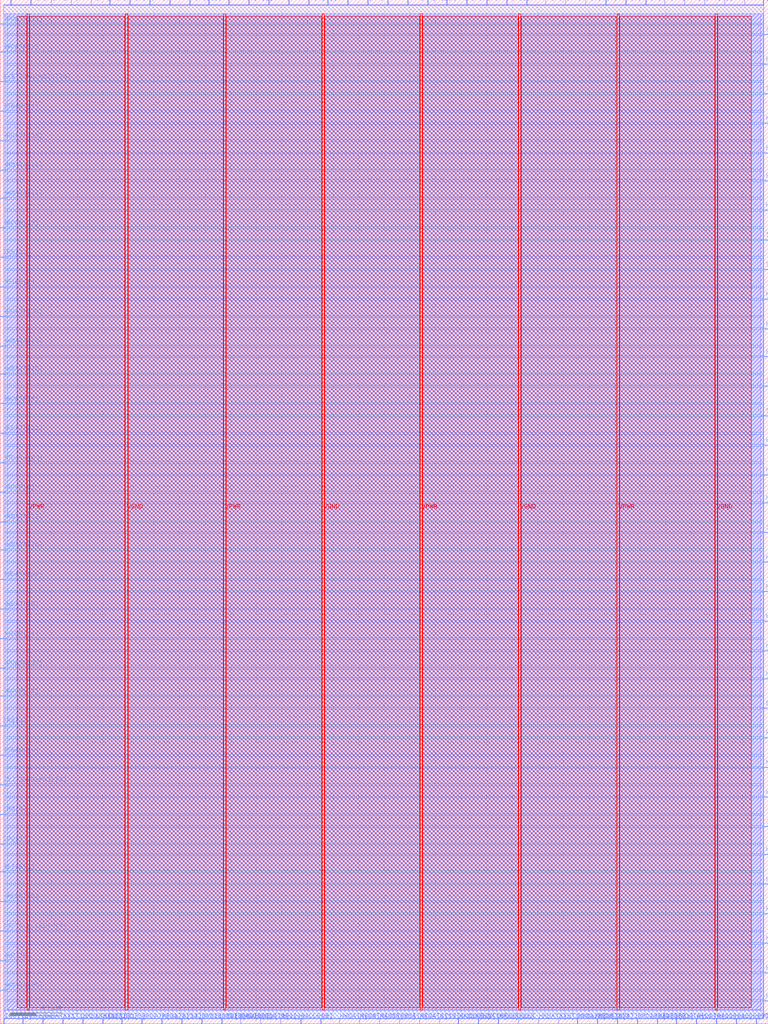
<source format=lef>
VERSION 5.7 ;
  NOWIREEXTENSIONATPIN ON ;
  DIVIDERCHAR "/" ;
  BUSBITCHARS "[]" ;
MACRO ibex_wrapper
  CLASS BLOCK ;
  FOREIGN ibex_wrapper ;
  ORIGIN 0.000 0.000 ;
  SIZE 600.000 BY 800.000 ;
  PIN EXT_IRQ
    DIRECTION INPUT ;
    USE SIGNAL ;
    PORT
      LAYER met3 ;
        RECT 596.000 246.200 600.000 246.800 ;
    END
  END EXT_IRQ
  PIN HADDR[0]
    DIRECTION OUTPUT TRISTATE ;
    USE SIGNAL ;
    PORT
      LAYER met2 ;
        RECT 148.210 796.000 148.490 800.000 ;
    END
  END HADDR[0]
  PIN HADDR[10]
    DIRECTION OUTPUT TRISTATE ;
    USE SIGNAL ;
    PORT
      LAYER met2 ;
        RECT 581.530 796.000 581.810 800.000 ;
    END
  END HADDR[10]
  PIN HADDR[11]
    DIRECTION OUTPUT TRISTATE ;
    USE SIGNAL ;
    PORT
      LAYER met3 ;
        RECT 0.000 300.600 4.000 301.200 ;
    END
  END HADDR[11]
  PIN HADDR[12]
    DIRECTION OUTPUT TRISTATE ;
    USE SIGNAL ;
    PORT
      LAYER met2 ;
        RECT 271.490 796.000 271.770 800.000 ;
    END
  END HADDR[12]
  PIN HADDR[13]
    DIRECTION OUTPUT TRISTATE ;
    USE SIGNAL ;
    PORT
      LAYER met2 ;
        RECT 24.010 796.000 24.290 800.000 ;
    END
  END HADDR[13]
  PIN HADDR[14]
    DIRECTION OUTPUT TRISTATE ;
    USE SIGNAL ;
    PORT
      LAYER met3 ;
        RECT 0.000 255.720 4.000 256.320 ;
    END
  END HADDR[14]
  PIN HADDR[15]
    DIRECTION OUTPUT TRISTATE ;
    USE SIGNAL ;
    PORT
      LAYER met2 ;
        RECT 559.450 0.000 559.730 4.000 ;
    END
  END HADDR[15]
  PIN HADDR[16]
    DIRECTION OUTPUT TRISTATE ;
    USE SIGNAL ;
    PORT
      LAYER met3 ;
        RECT 596.000 223.080 600.000 223.680 ;
    END
  END HADDR[16]
  PIN HADDR[17]
    DIRECTION OUTPUT TRISTATE ;
    USE SIGNAL ;
    PORT
      LAYER met3 ;
        RECT 0.000 621.560 4.000 622.160 ;
    END
  END HADDR[17]
  PIN HADDR[18]
    DIRECTION OUTPUT TRISTATE ;
    USE SIGNAL ;
    PORT
      LAYER met3 ;
        RECT 0.000 95.240 4.000 95.840 ;
    END
  END HADDR[18]
  PIN HADDR[19]
    DIRECTION OUTPUT TRISTATE ;
    USE SIGNAL ;
    PORT
      LAYER met3 ;
        RECT 596.000 108.840 600.000 109.440 ;
    END
  END HADDR[19]
  PIN HADDR[1]
    DIRECTION OUTPUT TRISTATE ;
    USE SIGNAL ;
    PORT
      LAYER met2 ;
        RECT 187.770 0.000 188.050 4.000 ;
    END
  END HADDR[1]
  PIN HADDR[20]
    DIRECTION OUTPUT TRISTATE ;
    USE SIGNAL ;
    PORT
      LAYER met3 ;
        RECT 596.000 360.440 600.000 361.040 ;
    END
  END HADDR[20]
  PIN HADDR[21]
    DIRECTION OUTPUT TRISTATE ;
    USE SIGNAL ;
    PORT
      LAYER met2 ;
        RECT 513.450 0.000 513.730 4.000 ;
    END
  END HADDR[21]
  PIN HADDR[22]
    DIRECTION OUTPUT TRISTATE ;
    USE SIGNAL ;
    PORT
      LAYER met2 ;
        RECT 426.050 796.000 426.330 800.000 ;
    END
  END HADDR[22]
  PIN HADDR[23]
    DIRECTION OUTPUT TRISTATE ;
    USE SIGNAL ;
    PORT
      LAYER met2 ;
        RECT 596.250 796.000 596.530 800.000 ;
    END
  END HADDR[23]
  PIN HADDR[24]
    DIRECTION OUTPUT TRISTATE ;
    USE SIGNAL ;
    PORT
      LAYER met3 ;
        RECT 596.000 199.960 600.000 200.560 ;
    END
  END HADDR[24]
  PIN HADDR[25]
    DIRECTION OUTPUT TRISTATE ;
    USE SIGNAL ;
    PORT
      LAYER met2 ;
        RECT 296.330 0.000 296.610 4.000 ;
    END
  END HADDR[25]
  PIN HADDR[26]
    DIRECTION OUTPUT TRISTATE ;
    USE SIGNAL ;
    PORT
      LAYER met2 ;
        RECT 389.250 0.000 389.530 4.000 ;
    END
  END HADDR[26]
  PIN HADDR[27]
    DIRECTION OUTPUT TRISTATE ;
    USE SIGNAL ;
    PORT
      LAYER met3 ;
        RECT 596.000 703.160 600.000 703.760 ;
    END
  END HADDR[27]
  PIN HADDR[28]
    DIRECTION OUTPUT TRISTATE ;
    USE SIGNAL ;
    PORT
      LAYER met3 ;
        RECT 596.000 17.720 600.000 18.320 ;
    END
  END HADDR[28]
  PIN HADDR[29]
    DIRECTION OUTPUT TRISTATE ;
    USE SIGNAL ;
    PORT
      LAYER met3 ;
        RECT 596.000 337.320 600.000 337.920 ;
    END
  END HADDR[29]
  PIN HADDR[2]
    DIRECTION OUTPUT TRISTATE ;
    USE SIGNAL ;
    PORT
      LAYER met2 ;
        RECT 234.690 0.000 234.970 4.000 ;
    END
  END HADDR[2]
  PIN HADDR[30]
    DIRECTION OUTPUT TRISTATE ;
    USE SIGNAL ;
    PORT
      LAYER met2 ;
        RECT 101.290 796.000 101.570 800.000 ;
    END
  END HADDR[30]
  PIN HADDR[31]
    DIRECTION OUTPUT TRISTATE ;
    USE SIGNAL ;
    PORT
      LAYER met2 ;
        RECT 80.130 0.000 80.410 4.000 ;
    END
  END HADDR[31]
  PIN HADDR[3]
    DIRECTION OUTPUT TRISTATE ;
    USE SIGNAL ;
    PORT
      LAYER met2 ;
        RECT 575.090 0.000 575.370 4.000 ;
    END
  END HADDR[3]
  PIN HADDR[4]
    DIRECTION OUTPUT TRISTATE ;
    USE SIGNAL ;
    PORT
      LAYER met3 ;
        RECT 596.000 520.920 600.000 521.520 ;
    END
  END HADDR[4]
  PIN HADDR[5]
    DIRECTION OUTPUT TRISTATE ;
    USE SIGNAL ;
    PORT
      LAYER met2 ;
        RECT 457.330 796.000 457.610 800.000 ;
    END
  END HADDR[5]
  PIN HADDR[6]
    DIRECTION OUTPUT TRISTATE ;
    USE SIGNAL ;
    PORT
      LAYER met3 ;
        RECT 0.000 414.840 4.000 415.440 ;
    END
  END HADDR[6]
  PIN HADDR[7]
    DIRECTION OUTPUT TRISTATE ;
    USE SIGNAL ;
    PORT
      LAYER met3 ;
        RECT 596.000 451.560 600.000 452.160 ;
    END
  END HADDR[7]
  PIN HADDR[8]
    DIRECTION OUTPUT TRISTATE ;
    USE SIGNAL ;
    PORT
      LAYER met2 ;
        RECT 357.970 0.000 358.250 4.000 ;
    END
  END HADDR[8]
  PIN HADDR[9]
    DIRECTION OUTPUT TRISTATE ;
    USE SIGNAL ;
    PORT
      LAYER met3 ;
        RECT 596.000 635.160 600.000 635.760 ;
    END
  END HADDR[9]
  PIN HCLK
    DIRECTION INPUT ;
    USE SIGNAL ;
    PORT
      LAYER met2 ;
        RECT 404.890 0.000 405.170 4.000 ;
    END
  END HCLK
  PIN HRDATA[0]
    DIRECTION INPUT ;
    USE SIGNAL ;
    PORT
      LAYER met3 ;
        RECT 596.000 542.680 600.000 543.280 ;
    END
  END HRDATA[0]
  PIN HRDATA[10]
    DIRECTION INPUT ;
    USE SIGNAL ;
    PORT
      LAYER met2 ;
        RECT 64.490 0.000 64.770 4.000 ;
    END
  END HRDATA[10]
  PIN HRDATA[11]
    DIRECTION INPUT ;
    USE SIGNAL ;
    PORT
      LAYER met3 ;
        RECT 0.000 461.080 4.000 461.680 ;
    END
  END HRDATA[11]
  PIN HRDATA[12]
    DIRECTION INPUT ;
    USE SIGNAL ;
    PORT
      LAYER met2 ;
        RECT 203.410 0.000 203.690 4.000 ;
    END
  END HRDATA[12]
  PIN HRDATA[13]
    DIRECTION INPUT ;
    USE SIGNAL ;
    PORT
      LAYER met2 ;
        RECT 132.570 796.000 132.850 800.000 ;
    END
  END HRDATA[13]
  PIN HRDATA[14]
    DIRECTION INPUT ;
    USE SIGNAL ;
    PORT
      LAYER met2 ;
        RECT 126.130 0.000 126.410 4.000 ;
    END
  END HRDATA[14]
  PIN HRDATA[15]
    DIRECTION INPUT ;
    USE SIGNAL ;
    PORT
      LAYER met3 ;
        RECT 0.000 689.560 4.000 690.160 ;
    END
  END HRDATA[15]
  PIN HRDATA[16]
    DIRECTION INPUT ;
    USE SIGNAL ;
    PORT
      LAYER met3 ;
        RECT 596.000 176.840 600.000 177.440 ;
    END
  END HRDATA[16]
  PIN HRDATA[17]
    DIRECTION INPUT ;
    USE SIGNAL ;
    PORT
      LAYER met3 ;
        RECT 0.000 666.440 4.000 667.040 ;
    END
  END HRDATA[17]
  PIN HRDATA[18]
    DIRECTION INPUT ;
    USE SIGNAL ;
    PORT
      LAYER met2 ;
        RECT 497.810 0.000 498.090 4.000 ;
    END
  END HRDATA[18]
  PIN HRDATA[19]
    DIRECTION INPUT ;
    USE SIGNAL ;
    PORT
      LAYER met2 ;
        RECT 327.610 0.000 327.890 4.000 ;
    END
  END HRDATA[19]
  PIN HRDATA[1]
    DIRECTION INPUT ;
    USE SIGNAL ;
    PORT
      LAYER met3 ;
        RECT 596.000 269.320 600.000 269.920 ;
    END
  END HRDATA[1]
  PIN HRDATA[20]
    DIRECTION INPUT ;
    USE SIGNAL ;
    PORT
      LAYER met3 ;
        RECT 0.000 437.960 4.000 438.560 ;
    END
  END HRDATA[20]
  PIN HRDATA[21]
    DIRECTION INPUT ;
    USE SIGNAL ;
    PORT
      LAYER met3 ;
        RECT 0.000 391.720 4.000 392.320 ;
    END
  END HRDATA[21]
  PIN HRDATA[22]
    DIRECTION INPUT ;
    USE SIGNAL ;
    PORT
      LAYER met2 ;
        RECT 373.610 0.000 373.890 4.000 ;
    END
  END HRDATA[22]
  PIN HRDATA[23]
    DIRECTION INPUT ;
    USE SIGNAL ;
    PORT
      LAYER met2 ;
        RECT 504.250 796.000 504.530 800.000 ;
    END
  END HRDATA[23]
  PIN HRDATA[24]
    DIRECTION INPUT ;
    USE SIGNAL ;
    PORT
      LAYER met3 ;
        RECT 596.000 406.680 600.000 407.280 ;
    END
  END HRDATA[24]
  PIN HRDATA[25]
    DIRECTION INPUT ;
    USE SIGNAL ;
    PORT
      LAYER met3 ;
        RECT 0.000 780.680 4.000 781.280 ;
    END
  END HRDATA[25]
  PIN HRDATA[26]
    DIRECTION INPUT ;
    USE SIGNAL ;
    PORT
      LAYER met2 ;
        RECT 450.890 0.000 451.170 4.000 ;
    END
  END HRDATA[26]
  PIN HRDATA[27]
    DIRECTION INPUT ;
    USE SIGNAL ;
    PORT
      LAYER met3 ;
        RECT 596.000 291.080 600.000 291.680 ;
    END
  END HRDATA[27]
  PIN HRDATA[28]
    DIRECTION INPUT ;
    USE SIGNAL ;
    PORT
      LAYER met3 ;
        RECT 596.000 62.600 600.000 63.200 ;
    END
  END HRDATA[28]
  PIN HRDATA[29]
    DIRECTION INPUT ;
    USE SIGNAL ;
    PORT
      LAYER met3 ;
        RECT 0.000 277.480 4.000 278.080 ;
    END
  END HRDATA[29]
  PIN HRDATA[2]
    DIRECTION INPUT ;
    USE SIGNAL ;
    PORT
      LAYER met2 ;
        RECT 70.930 796.000 71.210 800.000 ;
    END
  END HRDATA[2]
  PIN HRDATA[30]
    DIRECTION INPUT ;
    USE SIGNAL ;
    PORT
      LAYER met3 ;
        RECT 0.000 552.200 4.000 552.800 ;
    END
  END HRDATA[30]
  PIN HRDATA[31]
    DIRECTION INPUT ;
    USE SIGNAL ;
    PORT
      LAYER met2 ;
        RECT 110.490 0.000 110.770 4.000 ;
    END
  END HRDATA[31]
  PIN HRDATA[3]
    DIRECTION INPUT ;
    USE SIGNAL ;
    PORT
      LAYER met3 ;
        RECT 596.000 565.800 600.000 566.400 ;
    END
  END HRDATA[3]
  PIN HRDATA[4]
    DIRECTION INPUT ;
    USE SIGNAL ;
    PORT
      LAYER met3 ;
        RECT 0.000 484.200 4.000 484.800 ;
    END
  END HRDATA[4]
  PIN HRDATA[5]
    DIRECTION INPUT ;
    USE SIGNAL ;
    PORT
      LAYER met2 ;
        RECT 85.650 796.000 85.930 800.000 ;
    END
  END HRDATA[5]
  PIN HRDATA[6]
    DIRECTION INPUT ;
    USE SIGNAL ;
    PORT
      LAYER met2 ;
        RECT 225.490 796.000 225.770 800.000 ;
    END
  END HRDATA[6]
  PIN HRDATA[7]
    DIRECTION INPUT ;
    USE SIGNAL ;
    PORT
      LAYER met2 ;
        RECT 8.370 796.000 8.650 800.000 ;
    END
  END HRDATA[7]
  PIN HRDATA[8]
    DIRECTION INPUT ;
    USE SIGNAL ;
    PORT
      LAYER met3 ;
        RECT 596.000 749.400 600.000 750.000 ;
    END
  END HRDATA[8]
  PIN HRDATA[9]
    DIRECTION INPUT ;
    USE SIGNAL ;
    PORT
      LAYER met2 ;
        RECT 420.530 0.000 420.810 4.000 ;
    END
  END HRDATA[9]
  PIN HREADY
    DIRECTION INPUT ;
    USE SIGNAL ;
    PORT
      LAYER met2 ;
        RECT 255.850 796.000 256.130 800.000 ;
    END
  END HREADY
  PIN HRESETn
    DIRECTION INPUT ;
    USE SIGNAL ;
    PORT
      LAYER met3 ;
        RECT 596.000 314.200 600.000 314.800 ;
    END
  END HRESETn
  PIN HSIZE[0]
    DIRECTION OUTPUT TRISTATE ;
    USE SIGNAL ;
    PORT
      LAYER met2 ;
        RECT 364.410 796.000 364.690 800.000 ;
    END
  END HSIZE[0]
  PIN HSIZE[1]
    DIRECTION OUTPUT TRISTATE ;
    USE SIGNAL ;
    PORT
      LAYER met3 ;
        RECT 0.000 118.360 4.000 118.960 ;
    END
  END HSIZE[1]
  PIN HSIZE[2]
    DIRECTION OUTPUT TRISTATE ;
    USE SIGNAL ;
    PORT
      LAYER met3 ;
        RECT 0.000 575.320 4.000 575.920 ;
    END
  END HSIZE[2]
  PIN HTRANS[0]
    DIRECTION OUTPUT TRISTATE ;
    USE SIGNAL ;
    PORT
      LAYER met3 ;
        RECT 0.000 209.480 4.000 210.080 ;
    END
  END HTRANS[0]
  PIN HTRANS[1]
    DIRECTION OUTPUT TRISTATE ;
    USE SIGNAL ;
    PORT
      LAYER met3 ;
        RECT 0.000 712.680 4.000 713.280 ;
    END
  END HTRANS[1]
  PIN HWDATA[0]
    DIRECTION OUTPUT TRISTATE ;
    USE SIGNAL ;
    PORT
      LAYER met2 ;
        RECT 411.330 796.000 411.610 800.000 ;
    END
  END HWDATA[0]
  PIN HWDATA[10]
    DIRECTION OUTPUT TRISTATE ;
    USE SIGNAL ;
    PORT
      LAYER met2 ;
        RECT 318.410 796.000 318.690 800.000 ;
    END
  END HWDATA[10]
  PIN HWDATA[11]
    DIRECTION OUTPUT TRISTATE ;
    USE SIGNAL ;
    PORT
      LAYER met2 ;
        RECT 543.810 0.000 544.090 4.000 ;
    END
  END HWDATA[11]
  PIN HWDATA[12]
    DIRECTION OUTPUT TRISTATE ;
    USE SIGNAL ;
    PORT
      LAYER met3 ;
        RECT 596.000 428.440 600.000 429.040 ;
    END
  END HWDATA[12]
  PIN HWDATA[13]
    DIRECTION OUTPUT TRISTATE ;
    USE SIGNAL ;
    PORT
      LAYER met3 ;
        RECT 0.000 529.080 4.000 529.680 ;
    END
  END HWDATA[13]
  PIN HWDATA[14]
    DIRECTION OUTPUT TRISTATE ;
    USE SIGNAL ;
    PORT
      LAYER met3 ;
        RECT 596.000 131.960 600.000 132.560 ;
    END
  END HWDATA[14]
  PIN HWDATA[15]
    DIRECTION OUTPUT TRISTATE ;
    USE SIGNAL ;
    PORT
      LAYER met3 ;
        RECT 0.000 507.320 4.000 507.920 ;
    END
  END HWDATA[15]
  PIN HWDATA[16]
    DIRECTION OUTPUT TRISTATE ;
    USE SIGNAL ;
    PORT
      LAYER met3 ;
        RECT 0.000 369.960 4.000 370.560 ;
    END
  END HWDATA[16]
  PIN HWDATA[17]
    DIRECTION OUTPUT TRISTATE ;
    USE SIGNAL ;
    PORT
      LAYER met3 ;
        RECT 0.000 644.680 4.000 645.280 ;
    END
  END HWDATA[17]
  PIN HWDATA[18]
    DIRECTION OUTPUT TRISTATE ;
    USE SIGNAL ;
    PORT
      LAYER met2 ;
        RECT 55.290 796.000 55.570 800.000 ;
    END
  END HWDATA[18]
  PIN HWDATA[19]
    DIRECTION OUTPUT TRISTATE ;
    USE SIGNAL ;
    PORT
      LAYER met2 ;
        RECT 380.050 796.000 380.330 800.000 ;
    END
  END HWDATA[19]
  PIN HWDATA[1]
    DIRECTION OUTPUT TRISTATE ;
    USE SIGNAL ;
    PORT
      LAYER met2 ;
        RECT 33.210 0.000 33.490 4.000 ;
    END
  END HWDATA[1]
  PIN HWDATA[20]
    DIRECTION OUTPUT TRISTATE ;
    USE SIGNAL ;
    PORT
      LAYER met2 ;
        RECT 265.050 0.000 265.330 4.000 ;
    END
  END HWDATA[20]
  PIN HWDATA[21]
    DIRECTION OUTPUT TRISTATE ;
    USE SIGNAL ;
    PORT
      LAYER met3 ;
        RECT 596.000 680.040 600.000 680.640 ;
    END
  END HWDATA[21]
  PIN HWDATA[22]
    DIRECTION OUTPUT TRISTATE ;
    USE SIGNAL ;
    PORT
      LAYER met3 ;
        RECT 596.000 39.480 600.000 40.080 ;
    END
  END HWDATA[22]
  PIN HWDATA[23]
    DIRECTION OUTPUT TRISTATE ;
    USE SIGNAL ;
    PORT
      LAYER met2 ;
        RECT 178.570 796.000 178.850 800.000 ;
    END
  END HWDATA[23]
  PIN HWDATA[24]
    DIRECTION OUTPUT TRISTATE ;
    USE SIGNAL ;
    PORT
      LAYER met2 ;
        RECT 311.970 0.000 312.250 4.000 ;
    END
  END HWDATA[24]
  PIN HWDATA[25]
    DIRECTION OUTPUT TRISTATE ;
    USE SIGNAL ;
    PORT
      LAYER met3 ;
        RECT 596.000 85.720 600.000 86.320 ;
    END
  END HWDATA[25]
  PIN HWDATA[26]
    DIRECTION OUTPUT TRISTATE ;
    USE SIGNAL ;
    PORT
      LAYER met3 ;
        RECT 0.000 25.880 4.000 26.480 ;
    END
  END HWDATA[26]
  PIN HWDATA[27]
    DIRECTION OUTPUT TRISTATE ;
    USE SIGNAL ;
    PORT
      LAYER met2 ;
        RECT 334.050 796.000 334.330 800.000 ;
    END
  END HWDATA[27]
  PIN HWDATA[28]
    DIRECTION OUTPUT TRISTATE ;
    USE SIGNAL ;
    PORT
      LAYER met3 ;
        RECT 0.000 346.840 4.000 347.440 ;
    END
  END HWDATA[28]
  PIN HWDATA[29]
    DIRECTION OUTPUT TRISTATE ;
    USE SIGNAL ;
    PORT
      LAYER met2 ;
        RECT 528.170 0.000 528.450 4.000 ;
    END
  END HWDATA[29]
  PIN HWDATA[2]
    DIRECTION OUTPUT TRISTATE ;
    USE SIGNAL ;
    PORT
      LAYER met3 ;
        RECT 596.000 658.280 600.000 658.880 ;
    END
  END HWDATA[2]
  PIN HWDATA[30]
    DIRECTION OUTPUT TRISTATE ;
    USE SIGNAL ;
    PORT
      LAYER met2 ;
        RECT 590.730 0.000 591.010 4.000 ;
    END
  END HWDATA[30]
  PIN HWDATA[31]
    DIRECTION OUTPUT TRISTATE ;
    USE SIGNAL ;
    PORT
      LAYER met2 ;
        RECT 280.690 0.000 280.970 4.000 ;
    END
  END HWDATA[31]
  PIN HWDATA[3]
    DIRECTION OUTPUT TRISTATE ;
    USE SIGNAL ;
    PORT
      LAYER met2 ;
        RECT 348.770 796.000 349.050 800.000 ;
    END
  END HWDATA[3]
  PIN HWDATA[4]
    DIRECTION OUTPUT TRISTATE ;
    USE SIGNAL ;
    PORT
      LAYER met2 ;
        RECT 466.530 0.000 466.810 4.000 ;
    END
  END HWDATA[4]
  PIN HWDATA[5]
    DIRECTION OUTPUT TRISTATE ;
    USE SIGNAL ;
    PORT
      LAYER met3 ;
        RECT 0.000 323.720 4.000 324.320 ;
    END
  END HWDATA[5]
  PIN HWDATA[6]
    DIRECTION OUTPUT TRISTATE ;
    USE SIGNAL ;
    PORT
      LAYER met2 ;
        RECT 488.610 796.000 488.890 800.000 ;
    END
  END HWDATA[6]
  PIN HWDATA[7]
    DIRECTION OUTPUT TRISTATE ;
    USE SIGNAL ;
    PORT
      LAYER met2 ;
        RECT 441.690 796.000 441.970 800.000 ;
    END
  END HWDATA[7]
  PIN HWDATA[8]
    DIRECTION OUTPUT TRISTATE ;
    USE SIGNAL ;
    PORT
      LAYER met2 ;
        RECT 472.970 796.000 473.250 800.000 ;
    END
  END HWDATA[8]
  PIN HWDATA[9]
    DIRECTION OUTPUT TRISTATE ;
    USE SIGNAL ;
    PORT
      LAYER met3 ;
        RECT 0.000 758.920 4.000 759.520 ;
    END
  END HWDATA[9]
  PIN HWRITE
    DIRECTION OUTPUT TRISTATE ;
    USE SIGNAL ;
    PORT
      LAYER met3 ;
        RECT 0.000 49.000 4.000 49.600 ;
    END
  END HWRITE
  PIN IRQ[0]
    DIRECTION INPUT ;
    USE SIGNAL ;
    PORT
      LAYER met2 ;
        RECT 219.050 0.000 219.330 4.000 ;
    END
  END IRQ[0]
  PIN IRQ[10]
    DIRECTION INPUT ;
    USE SIGNAL ;
    PORT
      LAYER met2 ;
        RECT 2.850 0.000 3.130 4.000 ;
    END
  END IRQ[10]
  PIN IRQ[11]
    DIRECTION INPUT ;
    USE SIGNAL ;
    PORT
      LAYER met3 ;
        RECT 0.000 140.120 4.000 140.720 ;
    END
  END IRQ[11]
  PIN IRQ[12]
    DIRECTION INPUT ;
    USE SIGNAL ;
    PORT
      LAYER met2 ;
        RECT 39.650 796.000 39.930 800.000 ;
    END
  END IRQ[12]
  PIN IRQ[13]
    DIRECTION INPUT ;
    USE SIGNAL ;
    PORT
      LAYER met3 ;
        RECT 0.000 598.440 4.000 599.040 ;
    END
  END IRQ[13]
  PIN IRQ[14]
    DIRECTION INPUT ;
    USE SIGNAL ;
    PORT
      LAYER met3 ;
        RECT 596.000 153.720 600.000 154.320 ;
    END
  END IRQ[14]
  PIN IRQ[1]
    DIRECTION INPUT ;
    USE SIGNAL ;
    PORT
      LAYER met2 ;
        RECT 194.210 796.000 194.490 800.000 ;
    END
  END IRQ[1]
  PIN IRQ[2]
    DIRECTION INPUT ;
    USE SIGNAL ;
    PORT
      LAYER met2 ;
        RECT 241.130 796.000 241.410 800.000 ;
    END
  END IRQ[2]
  PIN IRQ[3]
    DIRECTION INPUT ;
    USE SIGNAL ;
    PORT
      LAYER met2 ;
        RECT 395.690 796.000 395.970 800.000 ;
    END
  END IRQ[3]
  PIN IRQ[4]
    DIRECTION INPUT ;
    USE SIGNAL ;
    PORT
      LAYER met3 ;
        RECT 0.000 232.600 4.000 233.200 ;
    END
  END IRQ[4]
  PIN IRQ[5]
    DIRECTION INPUT ;
    USE SIGNAL ;
    PORT
      LAYER met2 ;
        RECT 94.850 0.000 95.130 4.000 ;
    END
  END IRQ[5]
  PIN IRQ[6]
    DIRECTION INPUT ;
    USE SIGNAL ;
    PORT
      LAYER met2 ;
        RECT 17.570 0.000 17.850 4.000 ;
    END
  END IRQ[6]
  PIN IRQ[7]
    DIRECTION INPUT ;
    USE SIGNAL ;
    PORT
      LAYER met2 ;
        RECT 534.610 796.000 534.890 800.000 ;
    END
  END IRQ[7]
  PIN IRQ[8]
    DIRECTION INPUT ;
    USE SIGNAL ;
    PORT
      LAYER met2 ;
        RECT 550.250 796.000 550.530 800.000 ;
    END
  END IRQ[8]
  PIN IRQ[9]
    DIRECTION INPUT ;
    USE SIGNAL ;
    PORT
      LAYER met3 ;
        RECT 0.000 163.240 4.000 163.840 ;
    END
  END IRQ[9]
  PIN NMI
    DIRECTION INPUT ;
    USE SIGNAL ;
    PORT
      LAYER met2 ;
        RECT 250.330 0.000 250.610 4.000 ;
    END
  END NMI
  PIN SYSTICKCLKDIV[0]
    DIRECTION INPUT ;
    USE SIGNAL ;
    PORT
      LAYER met3 ;
        RECT 596.000 612.040 600.000 612.640 ;
    END
  END SYSTICKCLKDIV[0]
  PIN SYSTICKCLKDIV[10]
    DIRECTION INPUT ;
    USE SIGNAL ;
    PORT
      LAYER met2 ;
        RECT 157.410 0.000 157.690 4.000 ;
    END
  END SYSTICKCLKDIV[10]
  PIN SYSTICKCLKDIV[11]
    DIRECTION INPUT ;
    USE SIGNAL ;
    PORT
      LAYER met3 ;
        RECT 596.000 772.520 600.000 773.120 ;
    END
  END SYSTICKCLKDIV[11]
  PIN SYSTICKCLKDIV[12]
    DIRECTION INPUT ;
    USE SIGNAL ;
    PORT
      LAYER met3 ;
        RECT 596.000 588.920 600.000 589.520 ;
    END
  END SYSTICKCLKDIV[12]
  PIN SYSTICKCLKDIV[13]
    DIRECTION INPUT ;
    USE SIGNAL ;
    PORT
      LAYER met2 ;
        RECT 48.850 0.000 49.130 4.000 ;
    END
  END SYSTICKCLKDIV[13]
  PIN SYSTICKCLKDIV[14]
    DIRECTION INPUT ;
    USE SIGNAL ;
    PORT
      LAYER met2 ;
        RECT 116.930 796.000 117.210 800.000 ;
    END
  END SYSTICKCLKDIV[14]
  PIN SYSTICKCLKDIV[15]
    DIRECTION INPUT ;
    USE SIGNAL ;
    PORT
      LAYER met2 ;
        RECT 518.970 796.000 519.250 800.000 ;
    END
  END SYSTICKCLKDIV[15]
  PIN SYSTICKCLKDIV[16]
    DIRECTION INPUT ;
    USE SIGNAL ;
    PORT
      LAYER met2 ;
        RECT 482.170 0.000 482.450 4.000 ;
    END
  END SYSTICKCLKDIV[16]
  PIN SYSTICKCLKDIV[17]
    DIRECTION INPUT ;
    USE SIGNAL ;
    PORT
      LAYER met2 ;
        RECT 287.130 796.000 287.410 800.000 ;
    END
  END SYSTICKCLKDIV[17]
  PIN SYSTICKCLKDIV[18]
    DIRECTION INPUT ;
    USE SIGNAL ;
    PORT
      LAYER met2 ;
        RECT 343.250 0.000 343.530 4.000 ;
    END
  END SYSTICKCLKDIV[18]
  PIN SYSTICKCLKDIV[19]
    DIRECTION INPUT ;
    USE SIGNAL ;
    PORT
      LAYER met2 ;
        RECT 436.170 0.000 436.450 4.000 ;
    END
  END SYSTICKCLKDIV[19]
  PIN SYSTICKCLKDIV[1]
    DIRECTION INPUT ;
    USE SIGNAL ;
    PORT
      LAYER met3 ;
        RECT 596.000 474.680 600.000 475.280 ;
    END
  END SYSTICKCLKDIV[1]
  PIN SYSTICKCLKDIV[20]
    DIRECTION INPUT ;
    USE SIGNAL ;
    PORT
      LAYER met3 ;
        RECT 0.000 735.800 4.000 736.400 ;
    END
  END SYSTICKCLKDIV[20]
  PIN SYSTICKCLKDIV[21]
    DIRECTION INPUT ;
    USE SIGNAL ;
    PORT
      LAYER met2 ;
        RECT 173.050 0.000 173.330 4.000 ;
    END
  END SYSTICKCLKDIV[21]
  PIN SYSTICKCLKDIV[22]
    DIRECTION INPUT ;
    USE SIGNAL ;
    PORT
      LAYER met2 ;
        RECT 209.850 796.000 210.130 800.000 ;
    END
  END SYSTICKCLKDIV[22]
  PIN SYSTICKCLKDIV[23]
    DIRECTION INPUT ;
    USE SIGNAL ;
    PORT
      LAYER met3 ;
        RECT 596.000 383.560 600.000 384.160 ;
    END
  END SYSTICKCLKDIV[23]
  PIN SYSTICKCLKDIV[2]
    DIRECTION INPUT ;
    USE SIGNAL ;
    PORT
      LAYER met3 ;
        RECT 596.000 497.800 600.000 498.400 ;
    END
  END SYSTICKCLKDIV[2]
  PIN SYSTICKCLKDIV[3]
    DIRECTION INPUT ;
    USE SIGNAL ;
    PORT
      LAYER met2 ;
        RECT 141.770 0.000 142.050 4.000 ;
    END
  END SYSTICKCLKDIV[3]
  PIN SYSTICKCLKDIV[4]
    DIRECTION INPUT ;
    USE SIGNAL ;
    PORT
      LAYER met3 ;
        RECT 0.000 186.360 4.000 186.960 ;
    END
  END SYSTICKCLKDIV[4]
  PIN SYSTICKCLKDIV[5]
    DIRECTION INPUT ;
    USE SIGNAL ;
    PORT
      LAYER met3 ;
        RECT 596.000 726.280 600.000 726.880 ;
    END
  END SYSTICKCLKDIV[5]
  PIN SYSTICKCLKDIV[6]
    DIRECTION INPUT ;
    USE SIGNAL ;
    PORT
      LAYER met2 ;
        RECT 162.930 796.000 163.210 800.000 ;
    END
  END SYSTICKCLKDIV[6]
  PIN SYSTICKCLKDIV[7]
    DIRECTION INPUT ;
    USE SIGNAL ;
    PORT
      LAYER met3 ;
        RECT 0.000 72.120 4.000 72.720 ;
    END
  END SYSTICKCLKDIV[7]
  PIN SYSTICKCLKDIV[8]
    DIRECTION INPUT ;
    USE SIGNAL ;
    PORT
      LAYER met2 ;
        RECT 565.890 796.000 566.170 800.000 ;
    END
  END SYSTICKCLKDIV[8]
  PIN SYSTICKCLKDIV[9]
    DIRECTION INPUT ;
    USE SIGNAL ;
    PORT
      LAYER met2 ;
        RECT 302.770 796.000 303.050 800.000 ;
    END
  END SYSTICKCLKDIV[9]
  PIN VPWR
    DIRECTION INOUT ;
    USE POWER ;
    PORT
      LAYER met4 ;
        RECT 481.840 10.640 483.440 789.040 ;
    END
  END VPWR
  PIN VPWR
    DIRECTION INOUT ;
    USE POWER ;
    PORT
      LAYER met4 ;
        RECT 328.240 10.640 329.840 789.040 ;
    END
  END VPWR
  PIN VPWR
    DIRECTION INOUT ;
    USE POWER ;
    PORT
      LAYER met4 ;
        RECT 174.640 10.640 176.240 789.040 ;
    END
  END VPWR
  PIN VPWR
    DIRECTION INOUT ;
    USE POWER ;
    PORT
      LAYER met4 ;
        RECT 21.040 10.640 22.640 789.040 ;
    END
  END VPWR
  PIN VGND
    DIRECTION INOUT ;
    USE GROUND ;
    PORT
      LAYER met4 ;
        RECT 558.640 10.640 560.240 789.040 ;
    END
  END VGND
  PIN VGND
    DIRECTION INOUT ;
    USE GROUND ;
    PORT
      LAYER met4 ;
        RECT 405.040 10.640 406.640 789.040 ;
    END
  END VGND
  PIN VGND
    DIRECTION INOUT ;
    USE GROUND ;
    PORT
      LAYER met4 ;
        RECT 251.440 10.640 253.040 789.040 ;
    END
  END VGND
  PIN VGND
    DIRECTION INOUT ;
    USE GROUND ;
    PORT
      LAYER met4 ;
        RECT 97.840 10.640 99.440 789.040 ;
    END
  END VGND
  OBS
      LAYER li1 ;
        RECT 5.520 10.795 594.320 788.885 ;
      LAYER met1 ;
        RECT 2.830 10.640 596.550 789.040 ;
      LAYER met2 ;
        RECT 2.860 795.720 8.090 796.010 ;
        RECT 8.930 795.720 23.730 796.010 ;
        RECT 24.570 795.720 39.370 796.010 ;
        RECT 40.210 795.720 55.010 796.010 ;
        RECT 55.850 795.720 70.650 796.010 ;
        RECT 71.490 795.720 85.370 796.010 ;
        RECT 86.210 795.720 101.010 796.010 ;
        RECT 101.850 795.720 116.650 796.010 ;
        RECT 117.490 795.720 132.290 796.010 ;
        RECT 133.130 795.720 147.930 796.010 ;
        RECT 148.770 795.720 162.650 796.010 ;
        RECT 163.490 795.720 178.290 796.010 ;
        RECT 179.130 795.720 193.930 796.010 ;
        RECT 194.770 795.720 209.570 796.010 ;
        RECT 210.410 795.720 225.210 796.010 ;
        RECT 226.050 795.720 240.850 796.010 ;
        RECT 241.690 795.720 255.570 796.010 ;
        RECT 256.410 795.720 271.210 796.010 ;
        RECT 272.050 795.720 286.850 796.010 ;
        RECT 287.690 795.720 302.490 796.010 ;
        RECT 303.330 795.720 318.130 796.010 ;
        RECT 318.970 795.720 333.770 796.010 ;
        RECT 334.610 795.720 348.490 796.010 ;
        RECT 349.330 795.720 364.130 796.010 ;
        RECT 364.970 795.720 379.770 796.010 ;
        RECT 380.610 795.720 395.410 796.010 ;
        RECT 396.250 795.720 411.050 796.010 ;
        RECT 411.890 795.720 425.770 796.010 ;
        RECT 426.610 795.720 441.410 796.010 ;
        RECT 442.250 795.720 457.050 796.010 ;
        RECT 457.890 795.720 472.690 796.010 ;
        RECT 473.530 795.720 488.330 796.010 ;
        RECT 489.170 795.720 503.970 796.010 ;
        RECT 504.810 795.720 518.690 796.010 ;
        RECT 519.530 795.720 534.330 796.010 ;
        RECT 535.170 795.720 549.970 796.010 ;
        RECT 550.810 795.720 565.610 796.010 ;
        RECT 566.450 795.720 581.250 796.010 ;
        RECT 582.090 795.720 595.970 796.010 ;
        RECT 2.860 4.280 596.520 795.720 ;
        RECT 3.410 4.000 17.290 4.280 ;
        RECT 18.130 4.000 32.930 4.280 ;
        RECT 33.770 4.000 48.570 4.280 ;
        RECT 49.410 4.000 64.210 4.280 ;
        RECT 65.050 4.000 79.850 4.280 ;
        RECT 80.690 4.000 94.570 4.280 ;
        RECT 95.410 4.000 110.210 4.280 ;
        RECT 111.050 4.000 125.850 4.280 ;
        RECT 126.690 4.000 141.490 4.280 ;
        RECT 142.330 4.000 157.130 4.280 ;
        RECT 157.970 4.000 172.770 4.280 ;
        RECT 173.610 4.000 187.490 4.280 ;
        RECT 188.330 4.000 203.130 4.280 ;
        RECT 203.970 4.000 218.770 4.280 ;
        RECT 219.610 4.000 234.410 4.280 ;
        RECT 235.250 4.000 250.050 4.280 ;
        RECT 250.890 4.000 264.770 4.280 ;
        RECT 265.610 4.000 280.410 4.280 ;
        RECT 281.250 4.000 296.050 4.280 ;
        RECT 296.890 4.000 311.690 4.280 ;
        RECT 312.530 4.000 327.330 4.280 ;
        RECT 328.170 4.000 342.970 4.280 ;
        RECT 343.810 4.000 357.690 4.280 ;
        RECT 358.530 4.000 373.330 4.280 ;
        RECT 374.170 4.000 388.970 4.280 ;
        RECT 389.810 4.000 404.610 4.280 ;
        RECT 405.450 4.000 420.250 4.280 ;
        RECT 421.090 4.000 435.890 4.280 ;
        RECT 436.730 4.000 450.610 4.280 ;
        RECT 451.450 4.000 466.250 4.280 ;
        RECT 467.090 4.000 481.890 4.280 ;
        RECT 482.730 4.000 497.530 4.280 ;
        RECT 498.370 4.000 513.170 4.280 ;
        RECT 514.010 4.000 527.890 4.280 ;
        RECT 528.730 4.000 543.530 4.280 ;
        RECT 544.370 4.000 559.170 4.280 ;
        RECT 560.010 4.000 574.810 4.280 ;
        RECT 575.650 4.000 590.450 4.280 ;
        RECT 591.290 4.000 596.520 4.280 ;
      LAYER met3 ;
        RECT 3.990 781.680 596.000 788.965 ;
        RECT 4.400 780.280 596.000 781.680 ;
        RECT 3.990 773.520 596.000 780.280 ;
        RECT 3.990 772.120 595.600 773.520 ;
        RECT 3.990 759.920 596.000 772.120 ;
        RECT 4.400 758.520 596.000 759.920 ;
        RECT 3.990 750.400 596.000 758.520 ;
        RECT 3.990 749.000 595.600 750.400 ;
        RECT 3.990 736.800 596.000 749.000 ;
        RECT 4.400 735.400 596.000 736.800 ;
        RECT 3.990 727.280 596.000 735.400 ;
        RECT 3.990 725.880 595.600 727.280 ;
        RECT 3.990 713.680 596.000 725.880 ;
        RECT 4.400 712.280 596.000 713.680 ;
        RECT 3.990 704.160 596.000 712.280 ;
        RECT 3.990 702.760 595.600 704.160 ;
        RECT 3.990 690.560 596.000 702.760 ;
        RECT 4.400 689.160 596.000 690.560 ;
        RECT 3.990 681.040 596.000 689.160 ;
        RECT 3.990 679.640 595.600 681.040 ;
        RECT 3.990 667.440 596.000 679.640 ;
        RECT 4.400 666.040 596.000 667.440 ;
        RECT 3.990 659.280 596.000 666.040 ;
        RECT 3.990 657.880 595.600 659.280 ;
        RECT 3.990 645.680 596.000 657.880 ;
        RECT 4.400 644.280 596.000 645.680 ;
        RECT 3.990 636.160 596.000 644.280 ;
        RECT 3.990 634.760 595.600 636.160 ;
        RECT 3.990 622.560 596.000 634.760 ;
        RECT 4.400 621.160 596.000 622.560 ;
        RECT 3.990 613.040 596.000 621.160 ;
        RECT 3.990 611.640 595.600 613.040 ;
        RECT 3.990 599.440 596.000 611.640 ;
        RECT 4.400 598.040 596.000 599.440 ;
        RECT 3.990 589.920 596.000 598.040 ;
        RECT 3.990 588.520 595.600 589.920 ;
        RECT 3.990 576.320 596.000 588.520 ;
        RECT 4.400 574.920 596.000 576.320 ;
        RECT 3.990 566.800 596.000 574.920 ;
        RECT 3.990 565.400 595.600 566.800 ;
        RECT 3.990 553.200 596.000 565.400 ;
        RECT 4.400 551.800 596.000 553.200 ;
        RECT 3.990 543.680 596.000 551.800 ;
        RECT 3.990 542.280 595.600 543.680 ;
        RECT 3.990 530.080 596.000 542.280 ;
        RECT 4.400 528.680 596.000 530.080 ;
        RECT 3.990 521.920 596.000 528.680 ;
        RECT 3.990 520.520 595.600 521.920 ;
        RECT 3.990 508.320 596.000 520.520 ;
        RECT 4.400 506.920 596.000 508.320 ;
        RECT 3.990 498.800 596.000 506.920 ;
        RECT 3.990 497.400 595.600 498.800 ;
        RECT 3.990 485.200 596.000 497.400 ;
        RECT 4.400 483.800 596.000 485.200 ;
        RECT 3.990 475.680 596.000 483.800 ;
        RECT 3.990 474.280 595.600 475.680 ;
        RECT 3.990 462.080 596.000 474.280 ;
        RECT 4.400 460.680 596.000 462.080 ;
        RECT 3.990 452.560 596.000 460.680 ;
        RECT 3.990 451.160 595.600 452.560 ;
        RECT 3.990 438.960 596.000 451.160 ;
        RECT 4.400 437.560 596.000 438.960 ;
        RECT 3.990 429.440 596.000 437.560 ;
        RECT 3.990 428.040 595.600 429.440 ;
        RECT 3.990 415.840 596.000 428.040 ;
        RECT 4.400 414.440 596.000 415.840 ;
        RECT 3.990 407.680 596.000 414.440 ;
        RECT 3.990 406.280 595.600 407.680 ;
        RECT 3.990 392.720 596.000 406.280 ;
        RECT 4.400 391.320 596.000 392.720 ;
        RECT 3.990 384.560 596.000 391.320 ;
        RECT 3.990 383.160 595.600 384.560 ;
        RECT 3.990 370.960 596.000 383.160 ;
        RECT 4.400 369.560 596.000 370.960 ;
        RECT 3.990 361.440 596.000 369.560 ;
        RECT 3.990 360.040 595.600 361.440 ;
        RECT 3.990 347.840 596.000 360.040 ;
        RECT 4.400 346.440 596.000 347.840 ;
        RECT 3.990 338.320 596.000 346.440 ;
        RECT 3.990 336.920 595.600 338.320 ;
        RECT 3.990 324.720 596.000 336.920 ;
        RECT 4.400 323.320 596.000 324.720 ;
        RECT 3.990 315.200 596.000 323.320 ;
        RECT 3.990 313.800 595.600 315.200 ;
        RECT 3.990 301.600 596.000 313.800 ;
        RECT 4.400 300.200 596.000 301.600 ;
        RECT 3.990 292.080 596.000 300.200 ;
        RECT 3.990 290.680 595.600 292.080 ;
        RECT 3.990 278.480 596.000 290.680 ;
        RECT 4.400 277.080 596.000 278.480 ;
        RECT 3.990 270.320 596.000 277.080 ;
        RECT 3.990 268.920 595.600 270.320 ;
        RECT 3.990 256.720 596.000 268.920 ;
        RECT 4.400 255.320 596.000 256.720 ;
        RECT 3.990 247.200 596.000 255.320 ;
        RECT 3.990 245.800 595.600 247.200 ;
        RECT 3.990 233.600 596.000 245.800 ;
        RECT 4.400 232.200 596.000 233.600 ;
        RECT 3.990 224.080 596.000 232.200 ;
        RECT 3.990 222.680 595.600 224.080 ;
        RECT 3.990 210.480 596.000 222.680 ;
        RECT 4.400 209.080 596.000 210.480 ;
        RECT 3.990 200.960 596.000 209.080 ;
        RECT 3.990 199.560 595.600 200.960 ;
        RECT 3.990 187.360 596.000 199.560 ;
        RECT 4.400 185.960 596.000 187.360 ;
        RECT 3.990 177.840 596.000 185.960 ;
        RECT 3.990 176.440 595.600 177.840 ;
        RECT 3.990 164.240 596.000 176.440 ;
        RECT 4.400 162.840 596.000 164.240 ;
        RECT 3.990 154.720 596.000 162.840 ;
        RECT 3.990 153.320 595.600 154.720 ;
        RECT 3.990 141.120 596.000 153.320 ;
        RECT 4.400 139.720 596.000 141.120 ;
        RECT 3.990 132.960 596.000 139.720 ;
        RECT 3.990 131.560 595.600 132.960 ;
        RECT 3.990 119.360 596.000 131.560 ;
        RECT 4.400 117.960 596.000 119.360 ;
        RECT 3.990 109.840 596.000 117.960 ;
        RECT 3.990 108.440 595.600 109.840 ;
        RECT 3.990 96.240 596.000 108.440 ;
        RECT 4.400 94.840 596.000 96.240 ;
        RECT 3.990 86.720 596.000 94.840 ;
        RECT 3.990 85.320 595.600 86.720 ;
        RECT 3.990 73.120 596.000 85.320 ;
        RECT 4.400 71.720 596.000 73.120 ;
        RECT 3.990 63.600 596.000 71.720 ;
        RECT 3.990 62.200 595.600 63.600 ;
        RECT 3.990 50.000 596.000 62.200 ;
        RECT 4.400 48.600 596.000 50.000 ;
        RECT 3.990 40.480 596.000 48.600 ;
        RECT 3.990 39.080 595.600 40.480 ;
        RECT 3.990 26.880 596.000 39.080 ;
        RECT 4.400 25.480 596.000 26.880 ;
        RECT 3.990 18.720 596.000 25.480 ;
        RECT 3.990 17.320 595.600 18.720 ;
        RECT 3.990 4.255 596.000 17.320 ;
      LAYER met4 ;
        RECT 13.175 12.415 20.640 787.265 ;
        RECT 23.040 12.415 97.440 787.265 ;
        RECT 99.840 12.415 174.240 787.265 ;
        RECT 176.640 12.415 251.040 787.265 ;
        RECT 253.440 12.415 327.840 787.265 ;
        RECT 330.240 12.415 404.640 787.265 ;
        RECT 407.040 12.415 481.440 787.265 ;
        RECT 483.840 12.415 558.240 787.265 ;
        RECT 560.640 12.415 586.665 787.265 ;
  END
END ibex_wrapper
END LIBRARY


</source>
